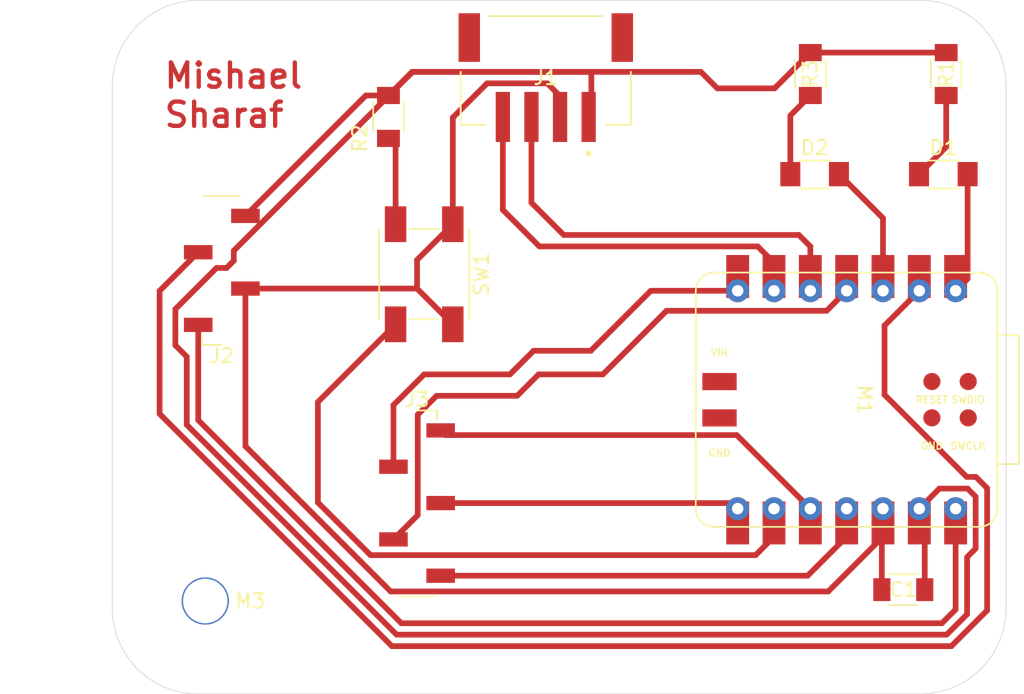
<source format=kicad_pcb>
(kicad_pcb (version 20241229) (generator "pcbnew") (generator_version "9.0")
  (layers (0 "F.Cu" signal) (2 "B.Cu" signal) (13 "F.Paste" user) (15 "B.Paste" user) (5 "F.SilkS" user "F.Silkscreen") (7 "B.SilkS" user "B.Silkscreen") (1 "F.Mask" user) (3 "B.Mask" user) (25 "Edge.Cuts" user))
  (net 0 "")
  (net 1 "GND")
  (net 2 "+3.3V")
  (net 3 "LED 1")
  (net 4 "Net-(D1-K)")
  (net 5 "Net-(D2-K)")
  (net 6 "LED 2")
  (net 7 "SDA")
  (net 8 "SCL")
  (net 9 "D3")
  (net 10 "+5V")
  (net 11 "TX")
  (net 12 "D11")
  (net 13 "D9")
  (net 14 "RX")
  (net 15 "D8")
  (net 17 "BUTTON")
  (footprint "S4B-PH-SM4-TB:JST_S4B-PH-SM4-TB" (layer "F.Cu") (at 197.31 91.402 180)
    (property "Reference" "J1" (at 0 0 0) (layer "F.SilkS"))
    (property "Value" "S4B-PH-SM4-TB")
    (fp_line (start 5.95 -3.3) (end 5.95 0.4) (stroke (width 0.127)) (layer "F.SilkS"))
    (fp_line (start 4.2 -3.3) (end 5.95 -3.3) (stroke (width 0.127)) (layer "F.SilkS"))
    (fp_line (start -4 4.3) (end 4 4.3) (stroke (width 0.127)) (layer "F.SilkS"))
    (fp_line (start -5.95 0.4) (end -5.95 -3.3) (stroke (width 0.127)) (layer "F.SilkS"))
    (fp_line (start -5.95 -3.3) (end -4.2 -3.3) (stroke (width 0.127)) (layer "F.SilkS"))
    (fp_circle (center -3 -5.3) (end -2.9 -5.3) (stroke (width 0.2)) (fill no) (layer "F.SilkS"))
    (pad "1" smd rect (at -3 -2.75 180) (size 1 3.5) (layers "F.Cu" "F.Mask" "F.Paste") (net 1 "GND"))
    (pad "2" smd rect (at -1 -2.75 180) (size 1 3.5) (layers "F.Cu" "F.Mask" "F.Paste") (net 2 "+3.3V"))
    (pad "3" smd rect (at 1 -2.75 180) (size 1 3.5) (layers "F.Cu" "F.Mask" "F.Paste") (net 7 "SDA"))
    (pad "4" smd rect (at 3 -2.75 180) (size 1 3.5) (layers "F.Cu" "F.Mask" "F.Paste") (net 8 "SCL"))
    (pad "SH1" smd rect (at -5.35 2.8 180) (size 1.5 3.4) (layers "F.Cu" "F.Mask" "F.Paste"))
    (pad "SH2" smd rect (at 5.35 2.8 180) (size 1.5 3.4) (layers "F.Cu" "F.Mask" "F.Paste"))
  )
  (footprint "PCM_fab:MountingHole_M3" (layer "F.Cu") (at 173.5 128)
    (property "Reference" "H1" (hide yes))
    (property "Value" "~" (hide yes))
    (fp_text user "M3" (at 2 0 0) (layer "F.SilkS") (effects (font (thickness 0.15) (bold yes)) (justify left)))
    (pad "" thru_hole circle (at 0 0) (size 3.3 3.3) (drill 3.1) (layers "*.Cu" "*.Mask"))
  )
  (footprint "PCM_fab:LED_1206" (layer "F.Cu") (at 225.11 98.152)
    (property "Reference" "D1" (at 0 -1.85 0) (layer "F.SilkS"))
    (property "Value" "LED 1")
    (fp_line (start -1.1 -0.95) (end 1.1 -0.95) (stroke (width 0.12)) (layer "F.SilkS"))
    (fp_line (start -1.1 1) (end 1.1 1) (stroke (width 0.12)) (layer "F.SilkS"))
    (pad "1" smd rect (at -1.7 0) (size 1.4 1.7) (layers "F.Cu" "F.Mask" "F.Paste") (net 4 "Net-(D1-K)"))
    (pad "2" smd rect (at 1.7 0) (size 1.4 1.7) (layers "F.Cu" "F.Mask" "F.Paste") (net 3 "LED 1"))
  )
  (footprint "PCM_fab:PinSocket_01x05_P2.54mm_Vertical_SMD" (layer "F.Cu") (at 188.31 121.152)
    (property "Reference" "J3" (at 0 -7.239 0) (layer "F.SilkS"))
    (property "Value" "PinSocket_01x05_P2.54mm_Vertical_SMD")
    (fp_line (start -1.27 6.52) (end 1.27 6.52) (stroke (width 0.12)) (layer "F.SilkS"))
    (fp_line (start 1.397 -6.477) (end 0 -6.477) (stroke (width 0.12)) (layer "F.SilkS"))
    (fp_line (start 1.397 -5.842) (end 1.397 -6.477) (stroke (width 0.12)) (layer "F.SilkS"))
    (pad "1" smd rect (at 1.65 -5.08) (size 2 1) (layers "F.Cu" "F.Mask" "F.Paste") (net 13 "D9"))
    (pad "2" smd rect (at -1.65 -2.54) (size 2 1) (layers "F.Cu" "F.Mask" "F.Paste") (net 11 "TX"))
    (pad "3" smd rect (at 1.65 0) (size 2 1) (layers "F.Cu" "F.Mask" "F.Paste") (net 14 "RX"))
    (pad "4" smd rect (at -1.65 2.54) (size 2 1) (layers "F.Cu" "F.Mask" "F.Paste") (net 15 "D8"))
    (pad "5" smd rect (at 1.65 5.08) (size 2 1) (layers "F.Cu" "F.Mask" "F.Paste") (net 12 "D11"))
  )
  (footprint "PCM_fab:Button_Omron_B3SN_6.0x6.0mm" (layer "F.Cu") (at 188.81 105.152 -90)
    (property "Reference" "SW1" (at 0 -4 90) (layer "F.SilkS"))
    (property "Value" "Switch_Tactile_Omron")
    (fp_line (start 3.15 3.15) (end -3.15 3.15) (stroke (width 0.12)) (layer "F.SilkS"))
    (fp_line (start -3.15 1) (end -3.15 -1) (stroke (width 0.12)) (layer "F.SilkS"))
    (fp_line (start 3.15 -1) (end 3.15 1) (stroke (width 0.12)) (layer "F.SilkS"))
    (fp_line (start -3.15 -3.15) (end 3.15 -3.15) (stroke (width 0.12)) (layer "F.SilkS"))
    (pad "1" smd rect (at -3.5 -2 270) (size 2.5 1.5) (layers "F.Cu" "F.Mask" "F.Paste") (net 2 "+3.3V"))
    (pad "1" smd rect (at 3.5 -2 270) (size 2.5 1.5) (layers "F.Cu" "F.Mask" "F.Paste") (net 2 "+3.3V"))
    (pad "2" smd rect (at -3.5 2 270) (size 2.5 1.5) (layers "F.Cu" "F.Mask" "F.Paste") (net 17 "BUTTON"))
    (pad "2" smd rect (at 3.5 2 270) (size 2.5 1.5) (layers "F.Cu" "F.Mask" "F.Paste") (net 17 "BUTTON"))
  )
  (footprint "PCM_fab:R_1206" (layer "F.Cu") (at 186.31 94.152 90)
    (property "Reference" "R2" (at -1.5 -2 90) (layer "F.SilkS"))
    (property "Value" "10k")
    (fp_line (start -1 -1.07) (end 1 -1.07) (stroke (width 0.12)) (layer "F.SilkS"))
    (fp_line (start 1 1.07) (end -1 1.07) (stroke (width 0.12)) (layer "F.SilkS"))
    (pad "1" smd rect (at -1.5 0 90) (size 1.2 1.6) (layers "F.Cu" "F.Mask" "F.Paste") (net 17 "BUTTON"))
    (pad "2" smd rect (at 1.5 0 90) (size 1.2 1.6) (layers "F.Cu" "F.Mask" "F.Paste") (net 1 "GND"))
  )
  (footprint "PCM_fab:SeeedStudio_XIAO_RP2040" (layer "F.Cu") (at 218.35 113.922 -90)
    (property "Reference" "M1" (at 0 -1.27 270) (layer "F.SilkS"))
    (property "Value" "Module_XIAO-RP2040")
    (fp_line (start 7.6225 10.551) (end -7.6175 10.551) (stroke (width 0.12)) (layer "F.SilkS"))
    (fp_line (start -8.8875 9.281) (end -8.8875 -9.261) (stroke (width 0.12)) (layer "F.SilkS"))
    (fp_line (start 8.8925 -9.261) (end 8.8925 9.281) (stroke (width 0.12)) (layer "F.SilkS"))
    (fp_line (start -7.6175 -10.531) (end 7.6225 -10.531) (stroke (width 0.12)) (layer "F.SilkS"))
    (fp_rect (start -4.4975 -10.531) (end 4.5025 -12.055) (stroke (width 0.12)) (fill no) (layer "F.SilkS"))
    (fp_arc (start -7.6175 10.551) (mid -8.515526 10.179026) (end -8.8875 9.281) (stroke (width 0.12)) (layer "F.SilkS"))
    (fp_arc (start 8.8925 9.281) (mid 8.520526 10.179026) (end 7.6225 10.551) (stroke (width 0.12)) (layer "F.SilkS"))
    (fp_arc (start -8.8875 -9.261) (mid -8.515526 -10.159026) (end -7.6175 -10.531) (stroke (width 0.12)) (layer "F.SilkS"))
    (fp_arc (start 7.6225 -10.531) (mid 8.520526 -10.159026) (end 8.8925 -9.261) (stroke (width 0.12)) (layer "F.SilkS"))
    (fp_text user "RESET" (at 0 -5.96 0) (layer "F.SilkS") (effects (font (size 0.5 0.5) (thickness 0.1) (bold yes))))
    (fp_text user "GND" (at 3.73 8.89 0) (layer "F.SilkS") (effects (font (size 0.5 0.5) (thickness 0.1) (bold yes))))
    (fp_text user "SWDIO" (at 0 -8.5 0) (layer "F.SilkS") (effects (font (size 0.5 0.5) (thickness 0.1) (bold yes))))
    (fp_text user "VIN" (at -3.27 8.89 0) (layer "F.SilkS") (effects (font (size 0.5 0.5) (thickness 0.1) (bold yes))))
    (fp_text user "GND" (at 3.23 -5.96 0) (layer "F.SilkS") (effects (font (size 0.5 0.5) (thickness 0.1) (bold yes))))
    (fp_text user "SWCLK" (at 3.23 -8.5 0) (layer "F.SilkS") (effects (font (size 0.5 0.5) (thickness 0.1) (bold yes))))
    (pad "1" thru_hole circle (at -7.615 -7.62 270) (size 1.6 1.6) (drill 0.8) (layers "*.Cu" "*.Mask") (net 3 "LED 1"))
    (pad "1" smd rect (at -7.615 -7.62 270) (size 3 1.6) (drill (offset -1 0)) (layers "F.Cu" "F.Mask" "F.Paste") (net 3 "LED 1"))
    (pad "2" thru_hole circle (at -7.615 -5.08 270) (size 1.6 1.6) (drill 0.8) (layers "*.Cu" "*.Mask") (net 9 "D3"))
    (pad "2" smd rect (at -7.615 -5.08 270) (size 3 1.6) (drill (offset -1 0)) (layers "F.Cu" "F.Mask" "F.Paste") (net 9 "D3"))
    (pad "3" thru_hole circle (at -7.615 -2.54 270) (size 1.6 1.6) (drill 0.8) (layers "*.Cu" "*.Mask") (net 6 "LED 2"))
    (pad "3" smd rect (at -7.615 -2.54 270) (size 3 1.6) (drill (offset -1 0)) (layers "F.Cu" "F.Mask" "F.Paste") (net 6 "LED 2"))
    (pad "4" thru_hole circle (at -7.615 0 270) (size 1.6 1.6) (drill 0.8) (layers "*.Cu" "*.Mask") (net 15 "D8"))
    (pad "4" smd rect (at -7.615 0 270) (size 3 1.6) (drill (offset -1 0)) (layers "F.Cu" "F.Mask" "F.Paste") (net 15 "D8"))
    (pad "5" thru_hole circle (at -7.615 2.54 270) (size 1.6 1.6) (drill 0.8) (layers "*.Cu" "*.Mask") (net 7 "SDA"))
    (pad "5" smd rect (at -7.615 2.54 270) (size 3 1.6) (drill (offset -1 0)) (layers "F.Cu" "F.Mask" "F.Paste") (net 7 "SDA"))
    (pad "6" thru_hole circle (at -7.615 5.08 270) (size 1.6 1.6) (drill 0.8) (layers "*.Cu" "*.Mask") (net 8 "SCL"))
    (pad "6" smd rect (at -7.615 5.08 270) (size 3 1.6) (drill (offset -1 0)) (layers "F.Cu" "F.Mask" "F.Paste") (net 8 "SCL"))
    (pad "7" thru_hole circle (at -7.615 7.62 270) (size 1.6 1.6) (drill 0.8) (layers "*.Cu" "*.Mask") (net 11 "TX"))
    (pad "7" smd rect (at -7.615 7.62 270) (size 3 1.6) (drill (offset -1 0)) (layers "F.Cu" "F.Mask" "F.Paste") (net 11 "TX"))
    (pad "8" thru_hole circle (at 7.62 7.62 270) (size 1.6 1.6) (drill 0.8) (layers "*.Cu" "*.Mask") (net 14 "RX"))
    (pad "8" smd rect (at 7.62 7.62 270) (size 3 1.6) (drill (offset 1 0)) (layers "F.Cu" "F.Mask" "F.Paste") (net 14 "RX"))
    (pad "9" thru_hole circle (at 7.62 5.08 270) (size 1.6 1.6) (drill 0.8) (layers "*.Cu" "*.Mask") (net 17 "BUTTON"))
    (pad "9" smd rect (at 7.62 5.08 270) (size 3 1.6) (drill (offset 1 0)) (layers "F.Cu" "F.Mask" "F.Paste") (net 17 "BUTTON"))
    (pad "10" thru_hole circle (at 7.62 2.54 270) (size 1.6 1.6) (drill 0.8) (layers "*.Cu" "*.Mask") (net 13 "D9"))
    (pad "10" smd rect (at 7.62 2.54 270) (size 3 1.6) (drill (offset 1 0)) (layers "F.Cu" "F.Mask" "F.Paste") (net 13 "D9"))
    (pad "11" thru_hole circle (at 7.62 0 270) (size 1.6 1.6) (drill 0.8) (layers "*.Cu" "*.Mask") (net 12 "D11"))
    (pad "11" smd rect (at 7.62 0 270) (size 3 1.6) (drill (offset 1 0)) (layers "F.Cu" "F.Mask" "F.Paste") (net 12 "D11"))
    (pad "12" thru_hole circle (at 7.62 -2.54 270) (size 1.6 1.6) (drill 0.8) (layers "*.Cu" "*.Mask") (net 2 "+3.3V"))
    (pad "12" smd rect (at 7.62 -2.54 270) (size 3 1.6) (drill (offset 1 0)) (layers "F.Cu" "F.Mask" "F.Paste") (net 2 "+3.3V"))
    (pad "13" thru_hole circle (at 7.62 -5.08 270) (size 1.6 1.6) (drill 0.8) (layers "*.Cu" "*.Mask") (net 1 "GND"))
    (pad "13" smd rect (at 7.62 -5.08 270) (size 3 1.6) (drill (offset 1 0)) (layers "F.Cu" "F.Mask" "F.Paste") (net 1 "GND"))
    (pad "14" thru_hole circle (at 7.62 -7.62 270) (size 1.6 1.6) (drill 0.8) (layers "*.Cu" "*.Mask") (net 10 "+5V"))
    (pad "14" smd rect (at 7.62 -7.62 270) (size 3 1.6) (drill (offset 1 0)) (layers "F.Cu" "F.Mask" "F.Paste") (net 10 "+5V"))
    (pad "15" smd rect (at 1.275 8.89 180) (size 2.4 1.2) (layers "F.Cu" "F.Mask" "F.Paste"))
    (pad "16" smd rect (at -1.265 8.89 180) (size 2.4 1.2) (layers "F.Cu" "F.Mask" "F.Paste"))
    (pad "17" smd circle (at -1.27 -8.5 270) (size 1.2 1.2) (layers "F.Cu" "F.Mask" "F.Paste"))
    (pad "18" smd circle (at -1.27 -5.96 270) (size 1.2 1.2) (layers "F.Cu" "F.Mask" "F.Paste"))
    (pad "19" smd circle (at 1.27 -5.96 270) (size 1.2 1.2) (layers "F.Cu" "F.Mask" "F.Paste"))
    (pad "20" smd circle (at 1.27 -8.5 270) (size 1.2 1.2) (layers "F.Cu" "F.Mask" "F.Paste"))
  )
  (footprint "PCM_fab:PinSocket_01x04_P2.54mm_Vertical_SMD" (layer "F.Cu") (at 174.66 104.882 180)
    (property "Reference" "J2" (at 0 -5.969 0) (layer "F.SilkS"))
    (property "Value" "PinSocket_01x04_P2.54mm_Vertical_SMD")
    (fp_line (start 1.397 -4.572) (end 1.397 -5.207) (stroke (width 0.12)) (layer "F.SilkS"))
    (fp_line (start 1.397 -5.207) (end 0 -5.207) (stroke (width 0.12)) (layer "F.SilkS"))
    (fp_line (start -1.27 5.19) (end 1.27 5.19) (stroke (width 0.12)) (layer "F.SilkS"))
    (pad "1" smd rect (at 1.65 -3.81 180) (size 2 1) (layers "F.Cu" "F.Mask" "F.Paste") (net 10 "+5V"))
    (pad "2" smd rect (at -1.65 -1.27 180) (size 2 1) (layers "F.Cu" "F.Mask" "F.Paste") (net 2 "+3.3V"))
    (pad "3" smd rect (at 1.65 1.27 180) (size 2 1) (layers "F.Cu" "F.Mask" "F.Paste") (net 9 "D3"))
    (pad "4" smd rect (at -1.65 3.81 180) (size 2 1) (layers "F.Cu" "F.Mask" "F.Paste") (net 1 "GND"))
  )
  (footprint "PCM_fab:LED_1206" (layer "F.Cu") (at 216.11 98.152)
    (property "Reference" "D2" (at 0 -1.85 0) (layer "F.SilkS"))
    (property "Value" "LED 2")
    (fp_line (start -1.1 -0.95) (end 1.1 -0.95) (stroke (width 0.12)) (layer "F.SilkS"))
    (fp_line (start -1.1 1) (end 1.1 1) (stroke (width 0.12)) (layer "F.SilkS"))
    (pad "1" smd rect (at -1.7 0) (size 1.4 1.7) (layers "F.Cu" "F.Mask" "F.Paste") (net 5 "Net-(D2-K)"))
    (pad "2" smd rect (at 1.7 0) (size 1.4 1.7) (layers "F.Cu" "F.Mask" "F.Paste") (net 6 "LED 2"))
  )
  (footprint "PCM_fab:R_1206" (layer "F.Cu") (at 215.81 91.152 90)
    (property "Reference" "R3" (at 0 0 90) (layer "F.SilkS"))
    (property "Value" "1k")
    (fp_line (start -1 -1.07) (end 1 -1.07) (stroke (width 0.12)) (layer "F.SilkS"))
    (fp_line (start 1 1.07) (end -1 1.07) (stroke (width 0.12)) (layer "F.SilkS"))
    (pad "1" smd rect (at -1.5 0 90) (size 1.2 1.6) (layers "F.Cu" "F.Mask" "F.Paste") (net 5 "Net-(D2-K)"))
    (pad "2" smd rect (at 1.5 0 90) (size 1.2 1.6) (layers "F.Cu" "F.Mask" "F.Paste") (net 1 "GND"))
  )
  (footprint "PCM_fab:R_1206" (layer "F.Cu") (at 225.31 91.152 90)
    (property "Reference" "R1" (at 0 0 90) (layer "F.SilkS"))
    (property "Value" "1k")
    (fp_line (start -1 -1.07) (end 1 -1.07) (stroke (width 0.12)) (layer "F.SilkS"))
    (fp_line (start 1 1.07) (end -1 1.07) (stroke (width 0.12)) (layer "F.SilkS"))
    (pad "1" smd rect (at -1.5 0 90) (size 1.2 1.6) (layers "F.Cu" "F.Mask" "F.Paste") (net 4 "Net-(D1-K)"))
    (pad "2" smd rect (at 1.5 0 90) (size 1.2 1.6) (layers "F.Cu" "F.Mask" "F.Paste") (net 1 "GND"))
  )
  (footprint "PCM_fab:C_1206" (layer "F.Cu") (at 222.31 127.206)
    (property "Reference" "C1" (at 0 0 0) (layer "F.SilkS"))
    (property "Value" "C_1206")
    (fp_line (start -1 -1.07) (end 1 -1.07) (stroke (width 0.12)) (layer "F.SilkS"))
    (fp_line (start 1 1.07) (end -1 1.07) (stroke (width 0.12)) (layer "F.SilkS"))
    (pad "1" smd rect (at -1.5 0) (size 1.2 1.6) (layers "F.Cu" "F.Mask" "F.Paste") (net 2 "+3.3V"))
    (pad "2" smd rect (at 1.5 0) (size 1.2 1.6) (layers "F.Cu" "F.Mask" "F.Paste") (net 1 "GND"))
  )
  (gr_line (start 229.4975 92) (end 229.4975 128.5) (stroke (width 0.05)) (layer "Edge.Cuts"))
  (gr_arc (start 173 134.5) (mid 168.757359 132.742641) (end 167 128.5) (stroke (width 0.05)) (layer "Edge.Cuts"))
  (gr_arc (start 229.4975 128.5) (mid 227.740141 132.742641) (end 223.4975 134.5) (stroke (width 0.05)) (layer "Edge.Cuts"))
  (gr_line (start 173 86) (end 223.4975 86) (stroke (width 0.05)) (layer "Edge.Cuts"))
  (gr_line (start 167 128.5) (end 167 92) (stroke (width 0.05)) (layer "Edge.Cuts"))
  (gr_line (start 223.4975 134.5) (end 173 134.5) (stroke (width 0.05)) (layer "Edge.Cuts"))
  (gr_arc (start 167 92) (mid 168.757359 87.757359) (end 173 86) (stroke (width 0.05)) (layer "Edge.Cuts"))
  (gr_arc (start 223.4975 86) (mid 227.740141 87.757359) (end 229.4975 92) (stroke (width 0.05)) (layer "Edge.Cuts"))
  (gr_text "Mishael\nSharaf" (at 170.5 95 0) (layer "F.Cu") (effects (font (size 1.7 1.7) (thickness 0.3) (bold yes)) (justify left bottom)))
  (segment (start 184.73 92.652) (end 176.31 101.072) (width 0.4) (layer "F.Cu") (net 1))
  (segment (start 186.879214 130.354) (end 172.209 115.683785) (width 0.4) (layer "F.Cu") (net 1))
  (segment (start 227.371 124.3325) (end 226.771 124.9325) (width 0.4) (layer "F.Cu") (net 1))
  (segment (start 224.831 120.141) (end 226.806 120.141) (width 0.4) (layer "F.Cu") (net 1))
  (segment (start 225.31 89.652) (end 215.81 89.652) (width 0.4) (layer "F.Cu") (net 1))
  (segment (start 171.409 110.1175) (end 171.409 107.591) (width 0.4) (layer "F.Cu") (net 1))
  (segment (start 200.4975 92.5125) (end 200.4975 91) (width 0.4) (layer "F.Cu") (net 1))
  (segment (start 188 91) (end 208.158 91) (width 0.4) (layer "F.Cu") (net 1))
  (segment (start 226.806 120.141) (end 227.371 120.706) (width 0.4) (layer "F.Cu") (net 1))
  (segment (start 213.31 92.152) (end 215.81 89.652) (width 0.4) (layer "F.Cu") (net 1))
  (segment (start 223.43 121.542) (end 224.831 120.141) (width 0.4) (layer "F.Cu") (net 1))
  (segment (start 187.962 91) (end 186.31 92.652) (width 0.4) (layer "F.Cu") (net 1))
  (segment (start 208.158 91) (end 209.31 92.152) (width 0.4) (layer "F.Cu") (net 1))
  (segment (start 225.342785 130.354) (end 186.879214 130.354) (width 0.4) (layer "F.Cu") (net 1))
  (segment (start 200.31 92.7) (end 200.4975 92.5125) (width 0.4) (layer "F.Cu") (net 1))
  (segment (start 209.31 92.152) (end 213.31 92.152) (width 0.4) (layer "F.Cu") (net 1))
  (segment (start 223.81 121.922) (end 223.43 121.542) (width 0.4) (layer "F.Cu") (net 1))
  (segment (start 171.409 107.591) (end 174.287 104.713) (width 0.4) (layer "F.Cu") (net 1))
  (segment (start 226.771 128.925786) (end 225.342785 130.354) (width 0.4) (layer "F.Cu") (net 1))
  (segment (start 200.31 94.152) (end 200.31 92.7) (width 0.4) (layer "F.Cu") (net 1))
  (segment (start 227.371 120.706) (end 227.371 124.3325) (width 0.4) (layer "F.Cu") (net 1))
  (segment (start 172.209 110.9175) (end 171.409 110.1175) (width 0.4) (layer "F.Cu") (net 1))
  (segment (start 175.4975 103.5025) (end 188 91) (width 0.4) (layer "F.Cu") (net 1))
  (segment (start 186.31 92.652) (end 184.73 92.652) (width 0.4) (layer "F.Cu") (net 1))
  (segment (start 174.9905 104.713) (end 175.4975 104.206) (width 0.4) (layer "F.Cu") (net 1))
  (segment (start 226.771 124.9325) (end 226.771 128.925786) (width 0.4) (layer "F.Cu") (net 1))
  (segment (start 174.287 104.713) (end 174.9905 104.713) (width 0.4) (layer "F.Cu") (net 1))
  (segment (start 175.4975 104.206) (end 175.4975 103.5025) (width 0.4) (layer "F.Cu") (net 1))
  (segment (start 223.81 127.206) (end 223.81 121.922) (width 0.4) (layer "F.Cu") (net 1))
  (segment (start 172.209 115.683785) (end 172.209 110.9175) (width 0.4) (layer "F.Cu") (net 1))
  (segment (start 200.4975 91) (end 187.962 91) (width 0.4) (layer "F.Cu") (net 1))
  (segment (start 190.81 101.652) (end 190.81 94.2) (width 0.4) (layer "F.Cu") (net 2))
  (segment (start 188.31 104.152) (end 190.81 101.652) (width 0.4) (layer "F.Cu") (net 2))
  (segment (start 220.89 121.542) (end 220.89 123.504) (width 0.4) (layer "F.Cu") (net 2))
  (segment (start 188.31 106.152) (end 188.31 104.152) (width 0.4) (layer "F.Cu") (net 2))
  (segment (start 197.411 91.801) (end 198.31 92.7) (width 0.4) (layer "F.Cu") (net 2))
  (segment (start 176.31 117.176785) (end 176.31 106.152) (width 0.4) (layer "F.Cu") (net 2))
  (segment (start 193.209 91.801) (end 197.411 91.801) (width 0.4) (layer "F.Cu") (net 2))
  (segment (start 198.31 92.7) (end 198.31 94.152) (width 0.4) (layer "F.Cu") (net 2))
  (segment (start 188.31 106.152) (end 190.81 108.652) (width 0.4) (layer "F.Cu") (net 2))
  (segment (start 220.81 121.622) (end 220.89 121.542) (width 0.4) (layer "F.Cu") (net 2))
  (segment (start 217.061 127.333) (end 186.466215 127.333) (width 0.4) (layer "F.Cu") (net 2))
  (segment (start 190.81 94.2) (end 193.209 91.801) (width 0.4) (layer "F.Cu") (net 2))
  (segment (start 220.89 123.504) (end 217.061 127.333) (width 0.4) (layer "F.Cu") (net 2))
  (segment (start 220.81 127.206) (end 220.81 121.622) (width 0.4) (layer "F.Cu") (net 2))
  (segment (start 176.31 106.152) (end 188.31 106.152) (width 0.4) (layer "F.Cu") (net 2))
  (segment (start 186.466215 127.333) (end 176.31 117.176785) (width 0.4) (layer "F.Cu") (net 2))
  (segment (start 226.81 98.152) (end 226.81 105.467) (width 0.4) (layer "F.Cu") (net 3))
  (segment (start 226.81 105.467) (end 225.97 106.307) (width 0.4) (layer "F.Cu") (net 3))
  (segment (start 225.31 96.252) (end 223.41 98.152) (width 0.4) (layer "F.Cu") (net 4))
  (segment (start 225.31 92.652) (end 225.31 96.252) (width 0.4) (layer "F.Cu") (net 4))
  (segment (start 214.41 98.152) (end 214.41 94.052) (width 0.4) (layer "F.Cu") (net 5))
  (segment (start 214.41 94.052) (end 215.81 92.652) (width 0.4) (layer "F.Cu") (net 5))
  (segment (start 217.81 98.152) (end 220.89 101.232) (width 0.4) (layer "F.Cu") (net 6))
  (segment (start 220.89 101.232) (end 220.89 106.307) (width 0.4) (layer "F.Cu") (net 6))
  (segment (start 215.009 102.405) (end 215.81 103.206) (width 0.4) (layer "F.Cu") (net 7))
  (segment (start 215.81 103.206) (end 215.81 106.307) (width 0.4) (layer "F.Cu") (net 7))
  (segment (start 198.563 102.405) (end 215.009 102.405) (width 0.4) (layer "F.Cu") (net 7))
  (segment (start 196.31 94.152) (end 196.31 100.152) (width 0.4) (layer "F.Cu") (net 7))
  (segment (start 196.31 100.152) (end 198.563 102.405) (width 0.4) (layer "F.Cu") (net 7))
  (segment (start 194.31 100.652) (end 196.864 103.206) (width 0.4) (layer "F.Cu") (net 8))
  (segment (start 194.31 94.152) (end 194.31 100.652) (width 0.4) (layer "F.Cu") (net 8))
  (segment (start 213.27 104.345) (end 213.27 106.307) (width 0.4) (layer "F.Cu") (net 8))
  (segment (start 212.131 103.206) (end 213.27 104.345) (width 0.4) (layer "F.Cu") (net 8))
  (segment (start 196.864 103.206) (end 212.131 103.206) (width 0.4) (layer "F.Cu") (net 8))
  (segment (start 220.9975 113.577971) (end 220.9975 108.7395) (width 0.4) (layer "F.Cu") (net 9))
  (segment (start 226.742529 119.323) (end 220.9975 113.577971) (width 0.4) (layer "F.Cu") (net 9))
  (segment (start 228.172 128.65757) (end 228.172 120.109215) (width 0.4) (layer "F.Cu") (net 9))
  (segment (start 170.31 114.917571) (end 186.547428 131.155) (width 0.4) (layer "F.Cu") (net 9))
  (segment (start 186.547428 131.155) (end 225.67457 131.155) (width 0.4) (layer "F.Cu") (net 9))
  (segment (start 228.172 120.109215) (end 227.385785 119.323) (width 0.4) (layer "F.Cu") (net 9))
  (segment (start 225.67457 131.155) (end 228.172 128.65757) (width 0.4) (layer "F.Cu") (net 9))
  (segment (start 173.01 103.612) (end 170.31 106.312) (width 0.4) (layer "F.Cu") (net 9))
  (segment (start 227.385785 119.323) (end 226.742529 119.323) (width 0.4) (layer "F.Cu") (net 9))
  (segment (start 170.31 106.312) (end 170.31 114.917571) (width 0.4) (layer "F.Cu") (net 9))
  (segment (start 220.9975 108.7395) (end 223.43 106.307) (width 0.4) (layer "F.Cu") (net 9))
  (segment (start 173.01 108.692) (end 173.01 115.352) (width 0.4) (layer "F.Cu") (net 10))
  (segment (start 225.011 129.553) (end 225.97 128.594) (width 0.4) (layer "F.Cu") (net 10))
  (segment (start 187.211 129.553) (end 225.011 129.553) (width 0.4) (layer "F.Cu") (net 10))
  (segment (start 173.01 115.352) (end 187.211 129.553) (width 0.4) (layer "F.Cu") (net 10))
  (segment (start 225.97 128.594) (end 225.97 121.542) (width 0.4) (layer "F.Cu") (net 10))
  (segment (start 186.66 118.612) (end 186.66 114.302) (width 0.4) (layer "F.Cu") (net 11))
  (segment (start 204.655 106.307) (end 210.73 106.307) (width 0.4) (layer "F.Cu") (net 11))
  (segment (start 194.81 112.152) (end 196.459 110.503) (width 0.4) (layer "F.Cu") (net 11))
  (segment (start 196.459 110.503) (end 200.459 110.503) (width 0.4) (layer "F.Cu") (net 11))
  (segment (start 200.459 110.503) (end 204.655 106.307) (width 0.4) (layer "F.Cu") (net 11))
  (segment (start 186.66 114.302) (end 188.81 112.152) (width 0.4) (layer "F.Cu") (net 11))
  (segment (start 188.81 112.152) (end 194.81 112.152) (width 0.4) (layer "F.Cu") (net 11))
  (segment (start 218.35 123.504) (end 218.35 121.542) (width 0.4) (layer "F.Cu") (net 12))
  (segment (start 189.96 126.232) (end 215.622 126.232) (width 0.4) (layer "F.Cu") (net 12))
  (segment (start 215.622 126.232) (end 218.35 123.504) (width 0.4) (layer "F.Cu") (net 12))
  (segment (start 190.286 116.398) (end 189.96 116.072) (width 0.4) (layer "F.Cu") (net 13))
  (segment (start 210.666 116.398) (end 190.286 116.398) (width 0.4) (layer "F.Cu") (net 13))
  (segment (start 215.81 121.542) (end 210.666 116.398) (width 0.4) (layer "F.Cu") (net 13))
  (segment (start 210.34 121.152) (end 210.73 121.542) (width 0.4) (layer "F.Cu") (net 14))
  (segment (start 189.96 121.152) (end 210.34 121.152) (width 0.4) (layer "F.Cu") (net 14))
  (segment (start 201.31 112.152) (end 205.754 107.708) (width 0.4) (layer "F.Cu") (net 15))
  (segment (start 216.949 107.708) (end 218.35 106.307) (width 0.4) (layer "F.Cu") (net 15))
  (segment (start 188.359 114.971) (end 189.678 113.652) (width 0.4) (layer "F.Cu") (net 15))
  (segment (start 196.81 112.152) (end 201.31 112.152) (width 0.4) (layer "F.Cu") (net 15))
  (segment (start 205.754 107.708) (end 216.949 107.708) (width 0.4) (layer "F.Cu") (net 15))
  (segment (start 195.31 113.652) (end 196.81 112.152) (width 0.4) (layer "F.Cu") (net 15))
  (segment (start 186.66 123.692) (end 188.359 121.993) (width 0.4) (layer "F.Cu") (net 15))
  (segment (start 188.359 121.993) (end 188.359 114.971) (width 0.4) (layer "F.Cu") (net 15))
  (segment (start 189.678 113.652) (end 195.31 113.652) (width 0.4) (layer "F.Cu") (net 15))
  (segment (start 213.27 123.504) (end 213.27 121.542) (width 0.4) (layer "F.Cu") (net 17))
  (segment (start 211.981 124.793) (end 213.27 123.504) (width 0.4) (layer "F.Cu") (net 17))
  (segment (start 181.377107 121.111107) (end 185.059 124.793) (width 0.4) (layer "F.Cu") (net 17))
  (segment (start 185.059 124.793) (end 211.981 124.793) (width 0.4) (layer "F.Cu") (net 17))
  (segment (start 181.377107 114.084893) (end 181.377107 121.111107) (width 0.4) (layer "F.Cu") (net 17))
  (segment (start 186.81 96.152) (end 186.31 95.652) (width 0.4) (layer "F.Cu") (net 17))
  (segment (start 186.81 101.652) (end 186.81 96.152) (width 0.4) (layer "F.Cu") (net 17))
  (segment (start 186.81 108.652) (end 181.377107 114.084893) (width 0.4) (layer "F.Cu") (net 17))
)
</source>
